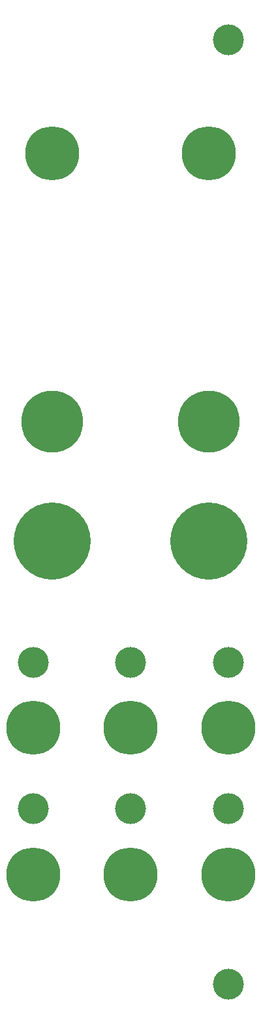
<source format=gbr>
G04 DesignSpark PCB Gerber Version 9.0 Build 5138 *
%FSLAX35Y35*%
%MOMM*%
%ADD142C,4.00000*%
%ADD140C,7.00000*%
%ADD93C,8.00000*%
%ADD141C,10.00000*%
X0Y0D02*
D02*
D93*
X1015240Y7615240D03*
X3045240D03*
D02*
D140*
X765240Y1740240D03*
Y3640240D03*
X1015240Y11090240D03*
X2030240Y1740240D03*
Y3640240D03*
X3045240Y11090240D03*
X3295240Y1740240D03*
Y3640240D03*
D02*
D141*
X1015240Y6065240D03*
X3045240D03*
D02*
D142*
X765240Y2590240D03*
Y4490240D03*
X2030240Y2590240D03*
Y4490240D03*
X3295240Y315240D03*
Y2590240D03*
Y4490240D03*
Y12565240D03*
X0Y0D02*
M02*

</source>
